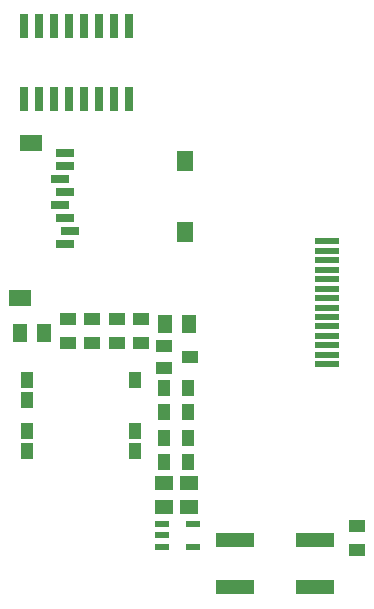
<source format=gbr>
G04 EAGLE Gerber RS-274X export*
G75*
%MOMM*%
%FSLAX34Y34*%
%LPD*%
%INSolderpaste Top*%
%IPPOS*%
%AMOC8*
5,1,8,0,0,1.08239X$1,22.5*%
G01*
%ADD10R,2.000000X0.500000*%
%ADD11R,0.660400X2.032000*%
%ADD12R,1.900000X1.400000*%
%ADD13R,1.400000X1.800000*%
%ADD14R,1.500000X0.700000*%
%ADD15R,1.200000X0.550000*%
%ADD16R,1.100000X1.400000*%
%ADD17R,1.400000X1.000000*%
%ADD18R,1.400000X1.100000*%
%ADD19R,1.600000X1.300000*%
%ADD20R,1.300000X1.600000*%
%ADD21R,3.200000X1.200000*%
%ADD22R,1.000000X1.400000*%


D10*
X275400Y310700D03*
X275400Y302700D03*
X275400Y294700D03*
X275400Y286700D03*
X275400Y278700D03*
X275400Y270700D03*
X275400Y262700D03*
X275400Y254700D03*
X275400Y246700D03*
X275400Y238700D03*
X275400Y230700D03*
X275400Y222700D03*
X275400Y214700D03*
X275400Y318700D03*
D11*
X19050Y439166D03*
X19050Y500634D03*
X31750Y439166D03*
X44450Y439166D03*
X31750Y500634D03*
X44450Y500634D03*
X57150Y439166D03*
X57150Y500634D03*
X69850Y439166D03*
X69850Y500634D03*
X82550Y439166D03*
X95250Y439166D03*
X82550Y500634D03*
X95250Y500634D03*
X107950Y439166D03*
X107950Y500634D03*
D12*
X24620Y402400D03*
X15620Y270400D03*
D13*
X155620Y386400D03*
X155620Y326400D03*
D14*
X53620Y393400D03*
X53620Y382400D03*
X49620Y371400D03*
X53620Y360400D03*
X49620Y349400D03*
X53620Y338400D03*
X57620Y327400D03*
X53620Y316400D03*
D15*
X135590Y79350D03*
X135590Y69850D03*
X135590Y60350D03*
X161590Y60350D03*
X161590Y79350D03*
D16*
X157320Y194310D03*
X137320Y194310D03*
D17*
X159590Y220980D03*
X137590Y211480D03*
X137590Y230480D03*
D18*
X118110Y232570D03*
X118110Y252570D03*
D19*
X137160Y94140D03*
X137160Y114140D03*
X158750Y94140D03*
X158750Y114140D03*
D20*
X158590Y248920D03*
X138590Y248920D03*
X35400Y241300D03*
X15400Y241300D03*
D18*
X76200Y232570D03*
X76200Y252570D03*
D16*
X137320Y173990D03*
X157320Y173990D03*
X137320Y132080D03*
X157320Y132080D03*
X137320Y152400D03*
X157320Y152400D03*
D18*
X55880Y232570D03*
X55880Y252570D03*
X300990Y77310D03*
X300990Y57310D03*
D21*
X265140Y25720D03*
X197140Y25720D03*
X197140Y65720D03*
X265140Y65720D03*
D22*
X21760Y201150D03*
X21760Y184150D03*
X21760Y158150D03*
X21760Y141150D03*
X112510Y141150D03*
X112510Y158150D03*
X112510Y201150D03*
D18*
X97790Y252570D03*
X97790Y232570D03*
M02*

</source>
